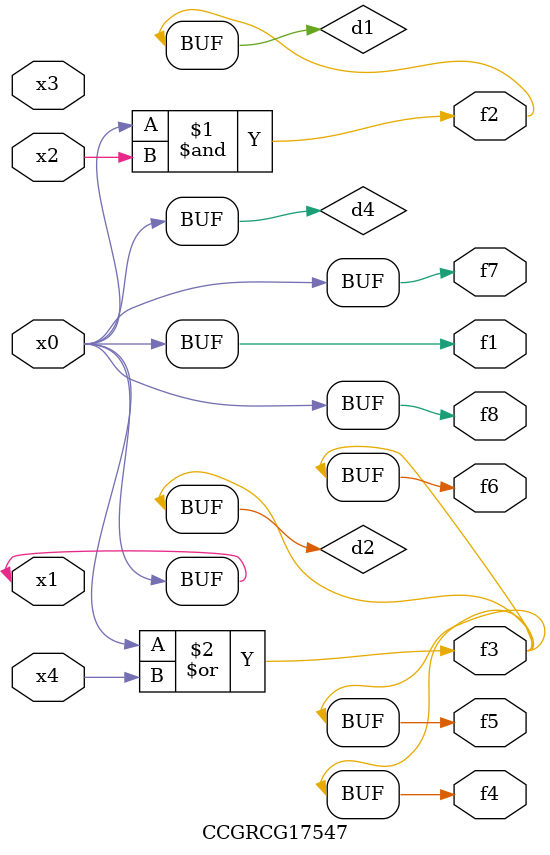
<source format=v>
module CCGRCG17547(
	input x0, x1, x2, x3, x4,
	output f1, f2, f3, f4, f5, f6, f7, f8
);

	wire d1, d2, d3, d4;

	and (d1, x0, x2);
	or (d2, x0, x4);
	nand (d3, x0, x2);
	buf (d4, x0, x1);
	assign f1 = d4;
	assign f2 = d1;
	assign f3 = d2;
	assign f4 = d2;
	assign f5 = d2;
	assign f6 = d2;
	assign f7 = d4;
	assign f8 = d4;
endmodule

</source>
